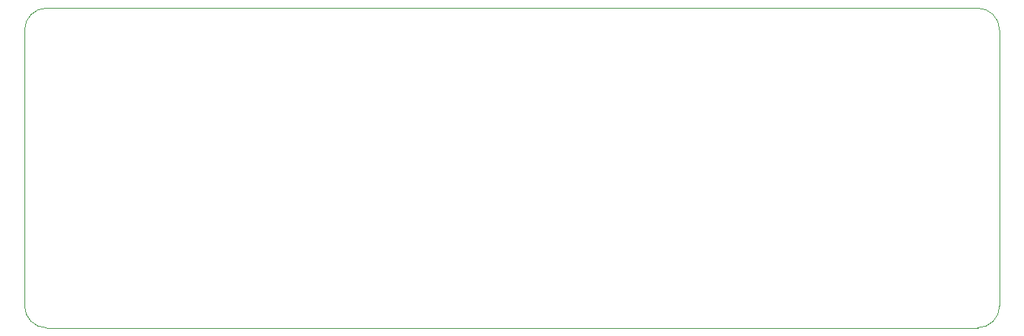
<source format=gm1>
G04 #@! TF.GenerationSoftware,KiCad,Pcbnew,8.0.1*
G04 #@! TF.CreationDate,2024-07-20T21:14:05+01:00*
G04 #@! TF.ProjectId,MICRO_TRUNK_6_MAIN,4d494352-4f5f-4545-9255-4e4b5f365f4d,rev?*
G04 #@! TF.SameCoordinates,Original*
G04 #@! TF.FileFunction,Profile,NP*
%FSLAX46Y46*%
G04 Gerber Fmt 4.6, Leading zero omitted, Abs format (unit mm)*
G04 Created by KiCad (PCBNEW 8.0.1) date 2024-07-20 21:14:05*
%MOMM*%
%LPD*%
G01*
G04 APERTURE LIST*
G04 #@! TA.AperFunction,Profile*
%ADD10C,0.050000*%
G04 #@! TD*
G04 APERTURE END LIST*
D10*
X87243957Y-78877352D02*
G75*
G02*
X89813744Y-76302393I2574968J-4D01*
G01*
X202028957Y-111423400D02*
G75*
G02*
X199459170Y-113998383I-2575032J44D01*
G01*
X89813744Y-76302357D02*
X199450000Y-76300000D01*
X199459170Y-113998396D02*
X89817914Y-113994715D01*
X89817914Y-113994715D02*
G75*
G02*
X87242971Y-111424928I111J2575059D01*
G01*
X87242918Y-111424928D02*
X87243957Y-78877352D01*
X199450000Y-76300000D02*
G75*
G02*
X202025075Y-78869787I-75J-2575156D01*
G01*
X202028957Y-111423400D02*
X202024996Y-78869787D01*
M02*

</source>
